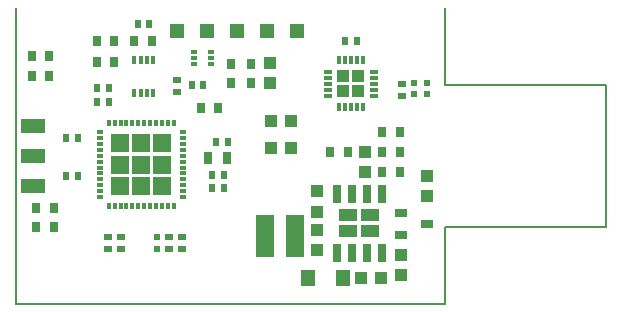
<source format=gtp>
G04 (created by PCBNEW (2013-05-16 BZR 4016)-stable) date 11. 1. 2014 1:24:09*
%MOIN*%
G04 Gerber Fmt 3.4, Leading zero omitted, Abs format*
%FSLAX34Y34*%
G01*
G70*
G90*
G04 APERTURE LIST*
%ADD10C,0.00590551*%
%ADD11R,0.0314961X0.0590551*%
%ADD12R,0.0590551X0.0393701*%
%ADD13R,0.0255906X0.0334646*%
%ADD14R,0.0433X0.0393*%
%ADD15R,0.0393X0.0433*%
%ADD16R,0.0590551X0.141732*%
%ADD17R,0.0394X0.0315*%
%ADD18R,0.0118X0.0196*%
%ADD19R,0.0196X0.0118*%
%ADD20R,0.0590551X0.0590551*%
%ADD21R,0.0314961X0.0393701*%
%ADD22R,0.05X0.05*%
%ADD23R,0.0217X0.0118*%
%ADD24R,0.023622X0.019685*%
%ADD25R,0.0275591X0.019685*%
%ADD26R,0.019685X0.0275591*%
%ADD27R,0.0275591X0.0354331*%
%ADD28R,0.0511811X0.0551181*%
%ADD29R,0.0787402X0.05*%
%ADD30R,0.019685X0.019685*%
%ADD31R,0.0314961X0.011811*%
%ADD32R,0.011811X0.0314961*%
%ADD33R,0.011811X0.0315*%
%ADD34R,0.0393701X0.0393701*%
%ADD35R,0.015748X0.0295276*%
%ADD36R,0.011811X0.0295276*%
G04 APERTURE END LIST*
G54D10*
X20795Y-20510D02*
X20795Y-10667D01*
X35106Y-13206D02*
X35106Y-10667D01*
X40480Y-13206D02*
X35106Y-13206D01*
X35106Y-17970D02*
X35106Y-20510D01*
X40480Y-17970D02*
X35106Y-17970D01*
X40480Y-13206D02*
X40480Y-17970D01*
X35106Y-20510D02*
X20795Y-20510D01*
G54D11*
X31501Y-16848D03*
X31501Y-18817D03*
X32001Y-16848D03*
X32501Y-16848D03*
X33001Y-16848D03*
X32001Y-18817D03*
X32501Y-18817D03*
X33001Y-18817D03*
G54D12*
X32615Y-17557D03*
X31887Y-17557D03*
X31887Y-18098D03*
X32615Y-18098D03*
G54D13*
X27980Y-13147D03*
X28629Y-13147D03*
X27980Y-12537D03*
X28629Y-12537D03*
G54D14*
X32291Y-19650D03*
X32959Y-19650D03*
G54D15*
X30834Y-16770D03*
X30834Y-17438D03*
X30834Y-18050D03*
X30834Y-18718D03*
X32448Y-16119D03*
X32448Y-15451D03*
G54D14*
X29959Y-15330D03*
X29291Y-15330D03*
X29959Y-14410D03*
X29291Y-14410D03*
G54D16*
X30106Y-18265D03*
X29121Y-18265D03*
G54D15*
X34515Y-16926D03*
X34515Y-16258D03*
X33649Y-18896D03*
X33649Y-19564D03*
G54D17*
X34515Y-17852D03*
X33649Y-18227D03*
X33649Y-17477D03*
G54D18*
X26060Y-17251D03*
X25863Y-17251D03*
X25666Y-17251D03*
X25470Y-17251D03*
X25273Y-17251D03*
X25076Y-17251D03*
X24880Y-17251D03*
X24683Y-17251D03*
X24486Y-17251D03*
X24290Y-17251D03*
X24093Y-17251D03*
X23896Y-17251D03*
G54D19*
X23601Y-16956D03*
X23601Y-16759D03*
X23601Y-16562D03*
X23601Y-16366D03*
X23601Y-16169D03*
X23601Y-15972D03*
X23601Y-15776D03*
X23601Y-15579D03*
X23601Y-15382D03*
X23601Y-15186D03*
X23601Y-14989D03*
X23601Y-14792D03*
G54D18*
X23896Y-14497D03*
X24093Y-14497D03*
X24290Y-14497D03*
X24486Y-14497D03*
X24683Y-14497D03*
X24880Y-14497D03*
X25076Y-14497D03*
X25273Y-14497D03*
X25470Y-14497D03*
X25666Y-14497D03*
X25863Y-14497D03*
X26060Y-14497D03*
G54D19*
X26355Y-14792D03*
X26355Y-14989D03*
X26355Y-15186D03*
X26355Y-15382D03*
X26355Y-15579D03*
X26355Y-15776D03*
X26355Y-15972D03*
X26355Y-16169D03*
X26355Y-16366D03*
X26355Y-16562D03*
X26355Y-16759D03*
X26355Y-16956D03*
G54D20*
X25686Y-15165D03*
X25686Y-15874D03*
X25686Y-16582D03*
X24978Y-15165D03*
X24978Y-15874D03*
X24978Y-16582D03*
X24269Y-15165D03*
X24269Y-15874D03*
X24269Y-16582D03*
G54D15*
X29269Y-12498D03*
X29269Y-13166D03*
G54D21*
X27212Y-15667D03*
X27842Y-15667D03*
G54D22*
X29178Y-11415D03*
X28178Y-11415D03*
X27178Y-11415D03*
X30178Y-11415D03*
X26178Y-11415D03*
G54D23*
X27298Y-12124D03*
X27298Y-12321D03*
X27298Y-12518D03*
X26732Y-12518D03*
X26732Y-12321D03*
X26732Y-12124D03*
G54D24*
X25489Y-18689D03*
X25489Y-18295D03*
G54D25*
X33669Y-13571D03*
X33669Y-13177D03*
G54D26*
X32173Y-11769D03*
X31779Y-11769D03*
X27054Y-13226D03*
X26661Y-13226D03*
X24860Y-11189D03*
X25253Y-11189D03*
X27330Y-16218D03*
X27724Y-16218D03*
X22881Y-14978D03*
X22487Y-14978D03*
G54D25*
X24318Y-18285D03*
X24318Y-18679D03*
X26169Y-13443D03*
X26169Y-13049D03*
G54D26*
X23903Y-13320D03*
X23510Y-13320D03*
X27487Y-15116D03*
X27881Y-15116D03*
X22881Y-16238D03*
X22487Y-16238D03*
X27330Y-16651D03*
X27724Y-16651D03*
G54D25*
X26346Y-18295D03*
X26346Y-18689D03*
X25913Y-18295D03*
X25913Y-18689D03*
G54D26*
X23905Y-13777D03*
X23511Y-13777D03*
G54D25*
X23885Y-18285D03*
X23885Y-18679D03*
G54D27*
X21484Y-17321D03*
X22074Y-17321D03*
X21484Y-17970D03*
X22074Y-17970D03*
X26956Y-13974D03*
X27547Y-13974D03*
X33019Y-14801D03*
X33610Y-14801D03*
X25330Y-11760D03*
X24739Y-11760D03*
X23489Y-11760D03*
X24080Y-11760D03*
X23489Y-12460D03*
X24080Y-12460D03*
X21917Y-12911D03*
X21326Y-12911D03*
X31287Y-15451D03*
X31877Y-15451D03*
X33605Y-15448D03*
X33014Y-15448D03*
X33610Y-16110D03*
X33019Y-16110D03*
G54D28*
X30554Y-19650D03*
X31695Y-19650D03*
G54D27*
X21326Y-12242D03*
X21917Y-12242D03*
G54D29*
X21385Y-15588D03*
X21385Y-14584D03*
X21385Y-16592D03*
G54D30*
X34495Y-13167D03*
X34495Y-13521D03*
X34082Y-13167D03*
X34082Y-13521D03*
G54D31*
X31192Y-12783D03*
X31192Y-12980D03*
X31192Y-13177D03*
X31192Y-13374D03*
X31192Y-13571D03*
G54D32*
X31572Y-13951D03*
X31769Y-13951D03*
X31966Y-13951D03*
X32163Y-13951D03*
X32360Y-13951D03*
G54D31*
X32739Y-13571D03*
X32739Y-13374D03*
X32739Y-13177D03*
X32739Y-12980D03*
X32739Y-12783D03*
G54D33*
X32360Y-12403D03*
X32163Y-12403D03*
X31966Y-12403D03*
X31769Y-12403D03*
X31572Y-12403D03*
G54D34*
X31720Y-12931D03*
X32212Y-12931D03*
X32212Y-13423D03*
X31720Y-13423D03*
G54D35*
X25381Y-13472D03*
X24751Y-13472D03*
G54D36*
X24968Y-13472D03*
X25165Y-13472D03*
X25165Y-12390D03*
X24968Y-12390D03*
G54D35*
X24751Y-12390D03*
X25381Y-12390D03*
M02*

</source>
